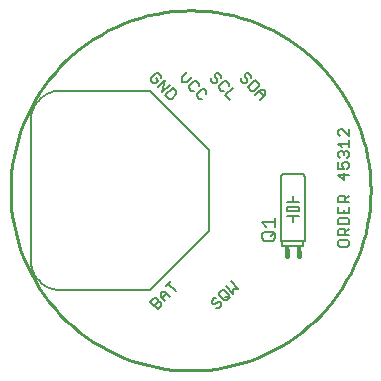
<source format=gto>
G75*
G70*
%OFA0B0*%
%FSLAX24Y24*%
%IPPOS*%
%LPD*%
%AMOC8*
5,1,8,0,0,1.08239X$1,22.5*
%
%ADD10C,0.0060*%
%ADD11C,0.0100*%
%ADD12C,0.0050*%
%ADD13R,0.0160X0.0230*%
%ADD14C,0.0160*%
D10*
X004811Y002434D02*
X004931Y002554D01*
X005011Y002554D01*
X005051Y002514D01*
X005051Y002434D01*
X004931Y002314D01*
X005051Y002434D02*
X005131Y002434D01*
X005171Y002394D01*
X005171Y002314D01*
X005051Y002194D01*
X004811Y002434D01*
X005151Y002614D02*
X005151Y002775D01*
X005312Y002775D01*
X005472Y002614D01*
X005352Y002735D02*
X005191Y002574D01*
X005151Y002614D02*
X005312Y002454D01*
X005652Y002795D02*
X005412Y003035D01*
X005331Y002955D02*
X005492Y003115D01*
X006851Y002474D02*
X006851Y002394D01*
X006891Y002354D01*
X006971Y002354D01*
X007051Y002434D01*
X007131Y002434D01*
X007171Y002394D01*
X007171Y002314D01*
X007091Y002234D01*
X007011Y002234D01*
X006851Y002474D02*
X006931Y002554D01*
X007011Y002554D01*
X007111Y002654D02*
X007111Y002735D01*
X007191Y002815D01*
X007271Y002815D01*
X007432Y002654D01*
X007432Y002574D01*
X007352Y002494D01*
X007271Y002494D01*
X007111Y002654D01*
X007312Y002614D02*
X007472Y002614D01*
X007572Y002714D02*
X007572Y002875D01*
X007732Y002875D01*
X007492Y003115D01*
X007331Y002955D02*
X007572Y002714D01*
X009201Y004301D02*
X009201Y004451D01*
X009901Y004451D01*
X009951Y004451D01*
X009951Y006601D01*
X009949Y006618D01*
X009945Y006635D01*
X009938Y006651D01*
X009928Y006665D01*
X009915Y006678D01*
X009901Y006688D01*
X009885Y006695D01*
X009868Y006699D01*
X009851Y006701D01*
X009251Y006701D01*
X009234Y006699D01*
X009217Y006695D01*
X009201Y006688D01*
X009187Y006678D01*
X009174Y006665D01*
X009164Y006651D01*
X009157Y006635D01*
X009153Y006618D01*
X009151Y006601D01*
X009151Y004451D01*
X009201Y004451D01*
X009201Y004301D02*
X009901Y004301D01*
X009901Y004451D01*
X009551Y005101D02*
X009551Y005301D01*
X009751Y005301D01*
X009751Y005451D02*
X009751Y005601D01*
X009351Y005601D01*
X009351Y005451D01*
X009751Y005451D01*
X009551Y005301D02*
X009351Y005301D01*
X009351Y005751D02*
X009551Y005751D01*
X009751Y005751D01*
X009551Y005751D02*
X009551Y005951D01*
X011081Y005925D02*
X011081Y005754D01*
X011421Y005754D01*
X011308Y005754D02*
X011308Y005925D01*
X011251Y005981D01*
X011138Y005981D01*
X011081Y005925D01*
X011308Y005868D02*
X011421Y005981D01*
X011421Y005613D02*
X011421Y005386D01*
X011081Y005386D01*
X011081Y005613D01*
X011251Y005500D02*
X011251Y005386D01*
X011138Y005245D02*
X011081Y005188D01*
X011081Y005018D01*
X011421Y005018D01*
X011421Y005188D01*
X011364Y005245D01*
X011138Y005245D01*
X011138Y004876D02*
X011251Y004876D01*
X011308Y004820D01*
X011308Y004649D01*
X011421Y004649D02*
X011081Y004649D01*
X011081Y004820D01*
X011138Y004876D01*
X011308Y004763D02*
X011421Y004876D01*
X011364Y004508D02*
X011138Y004508D01*
X011081Y004451D01*
X011081Y004338D01*
X011138Y004281D01*
X011364Y004281D01*
X011421Y004338D01*
X011421Y004451D01*
X011364Y004508D01*
X011251Y006491D02*
X011251Y006718D01*
X011251Y006859D02*
X011081Y006859D01*
X011081Y007086D01*
X011194Y007029D02*
X011251Y007086D01*
X011364Y007086D01*
X011421Y007029D01*
X011421Y006916D01*
X011364Y006859D01*
X011251Y006859D02*
X011194Y006973D01*
X011194Y007029D01*
X011138Y007228D02*
X011081Y007284D01*
X011081Y007398D01*
X011138Y007454D01*
X011194Y007454D01*
X011251Y007398D01*
X011308Y007454D01*
X011364Y007454D01*
X011421Y007398D01*
X011421Y007284D01*
X011364Y007228D01*
X011251Y007341D02*
X011251Y007398D01*
X011194Y007596D02*
X011081Y007709D01*
X011421Y007709D01*
X011421Y007596D02*
X011421Y007823D01*
X011421Y007964D02*
X011194Y008191D01*
X011138Y008191D01*
X011081Y008134D01*
X011081Y008021D01*
X011138Y007964D01*
X011421Y007964D02*
X011421Y008191D01*
X011421Y006661D02*
X011081Y006661D01*
X011251Y006491D01*
X008475Y009170D02*
X008635Y009330D01*
X008635Y009491D01*
X008475Y009491D01*
X008314Y009330D01*
X008254Y009470D02*
X008174Y009470D01*
X008054Y009591D01*
X008295Y009831D01*
X008415Y009711D01*
X008415Y009631D01*
X008254Y009470D01*
X008435Y009451D02*
X008595Y009290D01*
X008034Y009771D02*
X007994Y009731D01*
X007914Y009731D01*
X007834Y009811D01*
X007834Y009891D01*
X007954Y009931D02*
X007954Y010012D01*
X007994Y010052D01*
X008074Y010052D01*
X008154Y009971D01*
X008154Y009891D01*
X008034Y009851D02*
X008034Y009771D01*
X008034Y009851D02*
X007954Y009931D01*
X007555Y009571D02*
X007314Y009330D01*
X007475Y009170D01*
X007254Y009470D02*
X007174Y009470D01*
X007094Y009551D01*
X007094Y009631D01*
X007254Y009791D01*
X007335Y009791D01*
X007415Y009711D01*
X007415Y009631D01*
X007154Y009891D02*
X007154Y009971D01*
X007074Y010052D01*
X006994Y010052D01*
X006954Y010012D01*
X006954Y009931D01*
X007034Y009851D01*
X007034Y009771D01*
X006994Y009731D01*
X006914Y009731D01*
X006834Y009811D01*
X006834Y009891D01*
X006595Y009531D02*
X006515Y009531D01*
X006354Y009370D01*
X006354Y009290D01*
X006435Y009210D01*
X006515Y009210D01*
X006675Y009370D02*
X006675Y009451D01*
X006595Y009531D01*
X006415Y009631D02*
X006415Y009711D01*
X006335Y009791D01*
X006254Y009791D01*
X006094Y009631D01*
X006094Y009551D01*
X006174Y009470D01*
X006254Y009470D01*
X006034Y009771D02*
X005874Y009771D01*
X005874Y009931D01*
X006034Y010092D01*
X006195Y009931D02*
X006034Y009771D01*
X005675Y009451D02*
X005555Y009571D01*
X005314Y009330D01*
X005435Y009210D01*
X005515Y009210D01*
X005675Y009370D01*
X005675Y009451D01*
X005455Y009671D02*
X005214Y009430D01*
X005295Y009831D01*
X005054Y009591D01*
X004994Y009731D02*
X004914Y009731D01*
X004834Y009811D01*
X004834Y009891D01*
X004994Y010052D01*
X005074Y010052D01*
X005154Y009971D01*
X005154Y009891D01*
X005074Y009811D02*
X004994Y009731D01*
X005074Y009811D02*
X004994Y009891D01*
D11*
X012151Y006151D02*
X012144Y005866D01*
X012124Y005581D01*
X012090Y005297D01*
X012043Y005015D01*
X011982Y004736D01*
X011908Y004461D01*
X011821Y004189D01*
X011721Y003921D01*
X011609Y003659D01*
X011484Y003402D01*
X011347Y003151D01*
X011199Y002907D01*
X011038Y002671D01*
X010867Y002442D01*
X010685Y002222D01*
X010493Y002011D01*
X010291Y001809D01*
X010080Y001617D01*
X009860Y001435D01*
X009631Y001264D01*
X009395Y001103D01*
X009151Y000955D01*
X008900Y000818D01*
X008643Y000693D01*
X008381Y000581D01*
X008113Y000481D01*
X007841Y000394D01*
X007566Y000320D01*
X007287Y000259D01*
X007005Y000212D01*
X006721Y000178D01*
X006436Y000158D01*
X006151Y000151D01*
X005866Y000158D01*
X005581Y000178D01*
X005297Y000212D01*
X005015Y000259D01*
X004736Y000320D01*
X004461Y000394D01*
X004189Y000481D01*
X003921Y000581D01*
X003659Y000693D01*
X003402Y000818D01*
X003151Y000955D01*
X002907Y001103D01*
X002671Y001264D01*
X002442Y001435D01*
X002222Y001617D01*
X002011Y001809D01*
X001809Y002011D01*
X001617Y002222D01*
X001435Y002442D01*
X001264Y002671D01*
X001103Y002907D01*
X000955Y003151D01*
X000818Y003402D01*
X000693Y003659D01*
X000581Y003921D01*
X000481Y004189D01*
X000394Y004461D01*
X000320Y004736D01*
X000259Y005015D01*
X000212Y005297D01*
X000178Y005581D01*
X000158Y005866D01*
X000151Y006151D01*
X000158Y006436D01*
X000178Y006721D01*
X000212Y007005D01*
X000259Y007287D01*
X000320Y007566D01*
X000394Y007841D01*
X000481Y008113D01*
X000581Y008381D01*
X000693Y008643D01*
X000818Y008900D01*
X000955Y009151D01*
X001103Y009395D01*
X001264Y009631D01*
X001435Y009860D01*
X001617Y010080D01*
X001809Y010291D01*
X002011Y010493D01*
X002222Y010685D01*
X002442Y010867D01*
X002671Y011038D01*
X002907Y011199D01*
X003151Y011347D01*
X003402Y011484D01*
X003659Y011609D01*
X003921Y011721D01*
X004189Y011821D01*
X004461Y011908D01*
X004736Y011982D01*
X005015Y012043D01*
X005297Y012090D01*
X005581Y012124D01*
X005866Y012144D01*
X006151Y012151D01*
X006436Y012144D01*
X006721Y012124D01*
X007005Y012090D01*
X007287Y012043D01*
X007566Y011982D01*
X007841Y011908D01*
X008113Y011821D01*
X008381Y011721D01*
X008643Y011609D01*
X008900Y011484D01*
X009151Y011347D01*
X009395Y011199D01*
X009631Y011038D01*
X009860Y010867D01*
X010080Y010685D01*
X010291Y010493D01*
X010493Y010291D01*
X010685Y010080D01*
X010867Y009860D01*
X011038Y009631D01*
X011199Y009395D01*
X011347Y009151D01*
X011484Y008900D01*
X011609Y008643D01*
X011721Y008381D01*
X011821Y008113D01*
X011908Y007841D01*
X011982Y007566D01*
X012043Y007287D01*
X012090Y007005D01*
X012124Y006721D01*
X012144Y006436D01*
X012151Y006151D01*
D12*
X004808Y002824D02*
X001831Y002824D01*
X001771Y002826D01*
X001710Y002831D01*
X001651Y002840D01*
X001592Y002853D01*
X001533Y002869D01*
X001476Y002889D01*
X001421Y002912D01*
X001366Y002939D01*
X001314Y002968D01*
X001263Y003001D01*
X001214Y003037D01*
X001168Y003075D01*
X001124Y003117D01*
X001082Y003161D01*
X001044Y003207D01*
X001008Y003256D01*
X000975Y003307D01*
X000946Y003359D01*
X000919Y003414D01*
X000896Y003469D01*
X000876Y003526D01*
X000860Y003585D01*
X000847Y003644D01*
X000838Y003703D01*
X000833Y003764D01*
X000831Y003824D01*
X000831Y008478D01*
X000833Y008538D01*
X000838Y008599D01*
X000847Y008658D01*
X000860Y008717D01*
X000876Y008776D01*
X000896Y008833D01*
X000919Y008888D01*
X000946Y008943D01*
X000975Y008995D01*
X001008Y009046D01*
X001044Y009095D01*
X001082Y009141D01*
X001124Y009185D01*
X001168Y009227D01*
X001214Y009265D01*
X001263Y009301D01*
X001314Y009334D01*
X001366Y009363D01*
X001421Y009390D01*
X001476Y009413D01*
X001533Y009433D01*
X001592Y009449D01*
X001651Y009462D01*
X001710Y009471D01*
X001771Y009476D01*
X001831Y009478D01*
X004808Y009478D01*
X006776Y007509D01*
X006776Y004793D01*
X004808Y002824D01*
X008526Y004551D02*
X008526Y004701D01*
X008601Y004776D01*
X008901Y004776D01*
X008976Y004701D01*
X008976Y004551D01*
X008901Y004476D01*
X008601Y004476D01*
X008526Y004551D01*
X008826Y004626D02*
X008976Y004776D01*
X008976Y004937D02*
X008976Y005237D01*
X008976Y005087D02*
X008526Y005087D01*
X008676Y004937D01*
D13*
X009351Y004166D03*
X009751Y004166D03*
D14*
X009751Y004101D02*
X009751Y003951D01*
X009351Y003951D02*
X009351Y004151D01*
M02*

</source>
